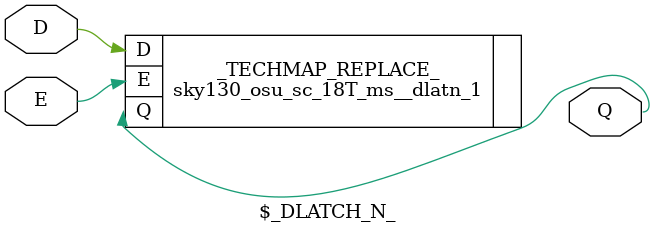
<source format=v>
module $_DLATCH_P_(input E, input D, output Q);
    sky130_osu_sc_18T_ms__dlat_1 _TECHMAP_REPLACE_ (
        .D(D),
        .E(E),
        .Q(Q)
        );
endmodule

module $_DLATCH_N_(input E, input D, output Q);
    sky130_osu_sc_18T_ms__dlatn_1 _TECHMAP_REPLACE_ (
        .D(D),
        .E(E),
        .Q(Q)
        );
endmodule

</source>
